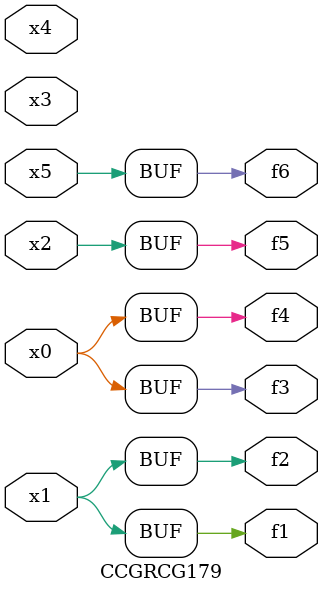
<source format=v>
module CCGRCG179(
	input x0, x1, x2, x3, x4, x5,
	output f1, f2, f3, f4, f5, f6
);
	assign f1 = x1;
	assign f2 = x1;
	assign f3 = x0;
	assign f4 = x0;
	assign f5 = x2;
	assign f6 = x5;
endmodule

</source>
